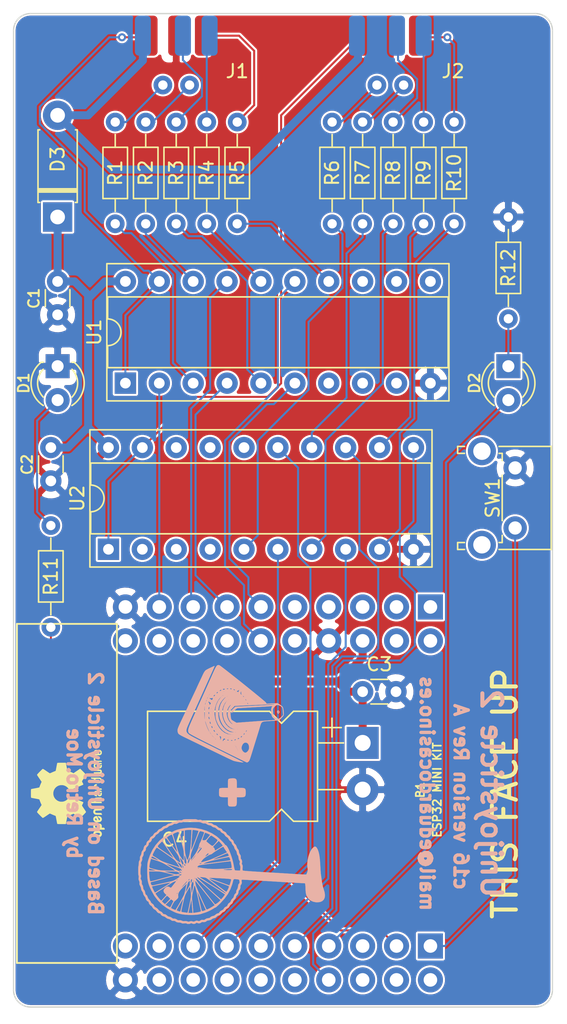
<source format=kicad_pcb>
(kicad_pcb (version 20171130) (host pcbnew 5.1.5+dfsg1-2build2)
  (layers (0 F.Cu mixed) (31 B.Cu mixed) (36 B.SilkS user) (37 F.SilkS user) (38 B.Mask user) (39 F.Mask user) (44 Edge.Cuts user))
  (net 0 "")
  (net 1 GPIO_J2FIRE)
  (net 2 GPIO_J2LEFT)
  (net 3 GPIO_J2DOWN)
  (net 4 GPIO_J2UP)
  (net 5 GND)
  (net 6 GPIO_J1RIGHT)
  (net 7 GPIO_J1UP)
  (net 8 GPIO_J1DOWN)
  (net 9 GPIO_J1LEFT)
  (net 10 GPIO_J2RIGHT)
  (net 11 GPIO_J1LED)
  (net 12 GPIO_J2LED)
  (net 13 GPIO_SWITCH_JOY)
  (net 14 GPIO_J1FIRE)
  (net 15 "Net-(D1-Pad2)")
  (net 16 "Net-(D2-Pad1)")
  (net 17 "Net-(J1-Pad3)")
  (net 18 "Net-(J1-Pad4)")
  (net 19 "Net-(J1-Pad6)")
  (net 20 "Net-(J1-Pad8)")
  (net 21 "Net-(J1-Pad1)")
  (net 22 "Net-(J1-Pad2)")
  (net 23 "Net-(J2-Pad3)")
  (net 24 "Net-(J2-Pad4)")
  (net 25 "Net-(J2-Pad6)")
  (net 26 "Net-(J2-Pad8)")
  (net 27 "Net-(J2-Pad1)")
  (net 28 "Net-(J2-Pad2)")
  (net 29 VDD)
  (net 30 J1POWER)
  (net 31 "Net-(R1-Pad2)")
  (net 32 "Net-(R2-Pad2)")
  (net 33 "Net-(R3-Pad2)")
  (net 34 "Net-(R4-Pad2)")
  (net 35 "Net-(R5-Pad2)")
  (net 36 "Net-(R6-Pad2)")
  (net 37 "Net-(R7-Pad2)")
  (net 38 "Net-(R8-Pad2)")
  (net 39 "Net-(R9-Pad2)")
  (net 40 "Net-(R10-Pad2)")
  (module Unijoysticle:unijoysticle_logo (layer B.Cu) (at 82.042 116.586 90)
    (fp_text reference G*** hide)
    (fp_text value LOGO hide)
  )
  (module Symbol:OSHW-Logo2_7.3x6mm_SilkScreen (layer F.Cu) (at 69.85 116.586 90)
    (fp_text reference REF** hide)
    (fp_text value OSHW-Logo2_7.3x6mm_SilkScreen hide)
  )
  (module Connector_Mini_DIN:MiniDIN_8_male_edge (layer F.Cu) (at 94.02 61.722)
    (fp_text reference J2 (at 4.706 0.762) (layer F.SilkS))
    (fp_text value Mini-DIN-8)
    (pad 2 thru_hole circle (at -1 1.8) (size 1.4 1.4) (drill 0.7) (layers *.Cu *.Mask) (net 28 "Net-(J2-Pad2)"))
    (pad 1 thru_hole circle (at 1 1.8) (size 1.4 1.4) (drill 0.7) (layers *.Cu *.Mask) (net 27 "Net-(J2-Pad1)"))
    (pad 8 connect roundrect (at -2 -1.9) (size 1.2 3) (layers F.Cu F.Mask) (net 26 "Net-(J2-Pad8)"))
    (pad 7 connect roundrect (at 0 -1.9) (size 1.2 3) (layers F.Cu F.Mask) (net 5 GND))
    (pad 6 connect roundrect (at 2 -1.9) (size 1.2 3) (layers F.Cu F.Mask) (net 25 "Net-(J2-Pad6)"))
    (pad 5 connect roundrect (at -2.5 -1.9) (size 1.2 3) (layers B.Cu B.Mask) (net 30 J1POWER))
    (pad 4 connect roundrect (at 0.5 -1.9) (size 1.2 3) (layers B.Cu B.Mask) (net 24 "Net-(J2-Pad4)"))
    (pad 3 connect roundrect (at 2.5 -1.9) (size 1.2 3) (layers B.Cu B.Mask) (net 23 "Net-(J2-Pad3)"))
  )
  (module Connector_Mini_DIN:MiniDIN_8_male_edge (layer F.Cu) (at 77.978 61.722)
    (fp_text reference J1 (at 4.572 0.762) (layer F.SilkS))
    (fp_text value Mini-DIN-8)
    (pad 2 thru_hole circle (at -1 1.8) (size 1.4 1.4) (drill 0.7) (layers *.Cu *.Mask) (net 22 "Net-(J1-Pad2)"))
    (pad 1 thru_hole circle (at 1 1.8) (size 1.4 1.4) (drill 0.7) (layers *.Cu *.Mask) (net 21 "Net-(J1-Pad1)"))
    (pad 8 connect roundrect (at -2 -1.9) (size 1.2 3) (layers F.Cu F.Mask) (net 20 "Net-(J1-Pad8)"))
    (pad 7 connect roundrect (at 0 -1.9) (size 1.2 3) (layers F.Cu F.Mask) (net 5 GND))
    (pad 6 connect roundrect (at 2 -1.9) (size 1.2 3) (layers F.Cu F.Mask) (net 19 "Net-(J1-Pad6)"))
    (pad 5 connect roundrect (at -2.5 -1.9) (size 1.2 3) (layers B.Cu B.Mask) (net 30 J1POWER))
    (pad 4 connect roundrect (at 0.5 -1.9) (size 1.2 3) (layers B.Cu B.Mask) (net 18 "Net-(J1-Pad4)"))
    (pad 3 connect roundrect (at 2.5 -1.9) (size 1.2 3) (layers B.Cu B.Mask) (net 17 "Net-(J1-Pad3)"))
  )
  (module Resistor_THT:R_Axial_DIN0204_L3.6mm_D1.6mm_P7.62mm_Horizontal (layer F.Cu) (at 98.806 66.294 270)
    (fp_text reference R10 (at 3.81 0 90) (layer F.SilkS))
    (fp_text value 110R)
    (pad 2 thru_hole oval (at 7.62 0 270) (size 1.4 1.4) (drill 0.7) (layers *.Cu *.Mask) (net 40 "Net-(R10-Pad2)"))
    (pad 1 thru_hole circle (at 0 0 270) (size 1.4 1.4) (drill 0.7) (layers *.Cu *.Mask) (net 25 "Net-(J2-Pad6)"))
  )
  (module Resistor_THT:R_Axial_DIN0204_L3.6mm_D1.6mm_P7.62mm_Horizontal (layer F.Cu) (at 96.52 66.294 270)
    (fp_text reference R9 (at 3.81 0 90) (layer F.SilkS))
    (fp_text value 110R)
    (pad 2 thru_hole oval (at 7.62 0 270) (size 1.4 1.4) (drill 0.7) (layers *.Cu *.Mask) (net 39 "Net-(R9-Pad2)"))
    (pad 1 thru_hole circle (at 0 0 270) (size 1.4 1.4) (drill 0.7) (layers *.Cu *.Mask) (net 23 "Net-(J2-Pad3)"))
  )
  (module Resistor_THT:R_Axial_DIN0204_L3.6mm_D1.6mm_P7.62mm_Horizontal (layer F.Cu) (at 94.234 66.294 270)
    (fp_text reference R8 (at 3.81 0 90) (layer F.SilkS))
    (fp_text value 110R)
    (pad 2 thru_hole oval (at 7.62 0 270) (size 1.4 1.4) (drill 0.7) (layers *.Cu *.Mask) (net 38 "Net-(R8-Pad2)"))
    (pad 1 thru_hole circle (at 0 0 270) (size 1.4 1.4) (drill 0.7) (layers *.Cu *.Mask) (net 24 "Net-(J2-Pad4)"))
  )
  (module Resistor_THT:R_Axial_DIN0204_L3.6mm_D1.6mm_P7.62mm_Horizontal (layer F.Cu) (at 91.948 66.294 270)
    (fp_text reference R7 (at 3.81 0 90) (layer F.SilkS))
    (fp_text value 110R)
    (pad 2 thru_hole oval (at 7.62 0 270) (size 1.4 1.4) (drill 0.7) (layers *.Cu *.Mask) (net 37 "Net-(R7-Pad2)"))
    (pad 1 thru_hole circle (at 0 0 270) (size 1.4 1.4) (drill 0.7) (layers *.Cu *.Mask) (net 27 "Net-(J2-Pad1)"))
  )
  (module Resistor_THT:R_Axial_DIN0204_L3.6mm_D1.6mm_P7.62mm_Horizontal (layer F.Cu) (at 89.662 66.294 270)
    (fp_text reference R6 (at 3.81 0 90) (layer F.SilkS))
    (fp_text value 110R)
    (pad 2 thru_hole oval (at 7.62 0 270) (size 1.4 1.4) (drill 0.7) (layers *.Cu *.Mask) (net 36 "Net-(R6-Pad2)"))
    (pad 1 thru_hole circle (at 0 0 270) (size 1.4 1.4) (drill 0.7) (layers *.Cu *.Mask) (net 28 "Net-(J2-Pad2)"))
  )
  (module Resistor_THT:R_Axial_DIN0204_L3.6mm_D1.6mm_P7.62mm_Horizontal (layer F.Cu) (at 82.55 66.294 270)
    (fp_text reference R5 (at 3.81 0 90) (layer F.SilkS))
    (fp_text value 110R)
    (pad 2 thru_hole oval (at 7.62 0 270) (size 1.4 1.4) (drill 0.7) (layers *.Cu *.Mask) (net 35 "Net-(R5-Pad2)"))
    (pad 1 thru_hole circle (at 0 0 270) (size 1.4 1.4) (drill 0.7) (layers *.Cu *.Mask) (net 19 "Net-(J1-Pad6)"))
  )
  (module Resistor_THT:R_Axial_DIN0204_L3.6mm_D1.6mm_P7.62mm_Horizontal (layer F.Cu) (at 80.264 66.294 270)
    (fp_text reference R4 (at 3.81 0 90) (layer F.SilkS))
    (fp_text value 110R)
    (pad 2 thru_hole oval (at 7.62 0 270) (size 1.4 1.4) (drill 0.7) (layers *.Cu *.Mask) (net 34 "Net-(R4-Pad2)"))
    (pad 1 thru_hole circle (at 0 0 270) (size 1.4 1.4) (drill 0.7) (layers *.Cu *.Mask) (net 17 "Net-(J1-Pad3)"))
  )
  (module Resistor_THT:R_Axial_DIN0204_L3.6mm_D1.6mm_P7.62mm_Horizontal (layer F.Cu) (at 77.978 66.294 270)
    (fp_text reference R3 (at 3.81 0 90) (layer F.SilkS))
    (fp_text value 110R)
    (pad 2 thru_hole oval (at 7.62 0 270) (size 1.4 1.4) (drill 0.7) (layers *.Cu *.Mask) (net 33 "Net-(R3-Pad2)"))
    (pad 1 thru_hole circle (at 0 0 270) (size 1.4 1.4) (drill 0.7) (layers *.Cu *.Mask) (net 18 "Net-(J1-Pad4)"))
  )
  (module Resistor_THT:R_Axial_DIN0204_L3.6mm_D1.6mm_P7.62mm_Horizontal (layer F.Cu) (at 75.692 66.294 270)
    (fp_text reference R2 (at 3.81 0 90) (layer F.SilkS))
    (fp_text value 110R)
    (pad 2 thru_hole oval (at 7.62 0 270) (size 1.4 1.4) (drill 0.7) (layers *.Cu *.Mask) (net 32 "Net-(R2-Pad2)"))
    (pad 1 thru_hole circle (at 0 0 270) (size 1.4 1.4) (drill 0.7) (layers *.Cu *.Mask) (net 21 "Net-(J1-Pad1)"))
  )
  (module Resistor_THT:R_Axial_DIN0204_L3.6mm_D1.6mm_P7.62mm_Horizontal (layer F.Cu) (at 73.406 66.294 270)
    (fp_text reference R1 (at 3.81 0 90) (layer F.SilkS))
    (fp_text value 110R)
    (pad 2 thru_hole oval (at 7.62 0 270) (size 1.4 1.4) (drill 0.7) (layers *.Cu *.Mask) (net 31 "Net-(R1-Pad2)"))
    (pad 1 thru_hole circle (at 0 0 270) (size 1.4 1.4) (drill 0.7) (layers *.Cu *.Mask) (net 22 "Net-(J1-Pad2)"))
  )
  (module Package_DIP:DIP-20_W7.62mm_Socket (layer F.Cu) (at 74.168 85.852 90)
    (fp_text reference U1 (at 3.81 -2.33 90) (layer F.SilkS))
    (fp_text value 74HCT240)
    (pad 20 thru_hole oval (at 7.62 0 90) (size 1.6 1.6) (drill 0.8) (layers *.Cu *.Mask) (net 29 VDD))
    (pad 10 thru_hole oval (at 0 22.86 90) (size 1.6 1.6) (drill 0.8) (layers *.Cu *.Mask) (net 5 GND))
    (pad 19 thru_hole oval (at 7.62 2.54 90) (size 1.6 1.6) (drill 0.8) (layers *.Cu *.Mask) (net 20 "Net-(J1-Pad8)"))
    (pad 9 thru_hole oval (at 0 20.32 90) (size 1.6 1.6) (drill 0.8) (layers *.Cu *.Mask))
    (pad 18 thru_hole oval (at 7.62 5.08 90) (size 1.6 1.6) (drill 0.8) (layers *.Cu *.Mask) (net 32 "Net-(R2-Pad2)"))
    (pad 8 thru_hole oval (at 0 17.78 90) (size 1.6 1.6) (drill 0.8) (layers *.Cu *.Mask))
    (pad 17 thru_hole oval (at 7.62 7.62 90) (size 1.6 1.6) (drill 0.8) (layers *.Cu *.Mask) (net 8 GPIO_J1DOWN))
    (pad 7 thru_hole oval (at 0 15.24 90) (size 1.6 1.6) (drill 0.8) (layers *.Cu *.Mask))
    (pad 16 thru_hole oval (at 7.62 10.16 90) (size 1.6 1.6) (drill 0.8) (layers *.Cu *.Mask) (net 34 "Net-(R4-Pad2)"))
    (pad 6 thru_hole oval (at 0 12.7 90) (size 1.6 1.6) (drill 0.8) (layers *.Cu *.Mask) (net 14 GPIO_J1FIRE))
    (pad 15 thru_hole oval (at 7.62 12.7 90) (size 1.6 1.6) (drill 0.8) (layers *.Cu *.Mask) (net 6 GPIO_J1RIGHT))
    (pad 5 thru_hole oval (at 0 10.16 90) (size 1.6 1.6) (drill 0.8) (layers *.Cu *.Mask) (net 33 "Net-(R3-Pad2)"))
    (pad 14 thru_hole oval (at 7.62 15.24 90) (size 1.6 1.6) (drill 0.8) (layers *.Cu *.Mask) (net 35 "Net-(R5-Pad2)"))
    (pad 4 thru_hole oval (at 0 7.62 90) (size 1.6 1.6) (drill 0.8) (layers *.Cu *.Mask) (net 9 GPIO_J1LEFT))
    (pad 13 thru_hole oval (at 7.62 17.78 90) (size 1.6 1.6) (drill 0.8) (layers *.Cu *.Mask))
    (pad 3 thru_hole oval (at 0 5.08 90) (size 1.6 1.6) (drill 0.8) (layers *.Cu *.Mask) (net 31 "Net-(R1-Pad2)"))
    (pad 12 thru_hole oval (at 7.62 20.32 90) (size 1.6 1.6) (drill 0.8) (layers *.Cu *.Mask))
    (pad 2 thru_hole oval (at 0 2.54 90) (size 1.6 1.6) (drill 0.8) (layers *.Cu *.Mask) (net 7 GPIO_J1UP))
    (pad 11 thru_hole oval (at 7.62 22.86 90) (size 1.6 1.6) (drill 0.8) (layers *.Cu *.Mask))
    (pad 1 thru_hole rect (at 0 0 90) (size 1.6 1.6) (drill 0.8) (layers *.Cu *.Mask) (net 20 "Net-(J1-Pad8)"))
  )
  (module Package_DIP:DIP-20_W7.62mm_Socket (layer F.Cu) (at 72.898 98.298 90)
    (fp_text reference U2 (at 3.81 -2.33 90) (layer F.SilkS))
    (fp_text value 74HCT240)
    (pad 20 thru_hole oval (at 7.62 0 90) (size 1.6 1.6) (drill 0.8) (layers *.Cu *.Mask) (net 29 VDD))
    (pad 10 thru_hole oval (at 0 22.86 90) (size 1.6 1.6) (drill 0.8) (layers *.Cu *.Mask) (net 5 GND))
    (pad 19 thru_hole oval (at 7.62 2.54 90) (size 1.6 1.6) (drill 0.8) (layers *.Cu *.Mask) (net 26 "Net-(J2-Pad8)"))
    (pad 9 thru_hole oval (at 0 20.32 90) (size 1.6 1.6) (drill 0.8) (layers *.Cu *.Mask) (net 40 "Net-(R10-Pad2)"))
    (pad 18 thru_hole oval (at 7.62 5.08 90) (size 1.6 1.6) (drill 0.8) (layers *.Cu *.Mask))
    (pad 8 thru_hole oval (at 0 17.78 90) (size 1.6 1.6) (drill 0.8) (layers *.Cu *.Mask) (net 2 GPIO_J2LEFT))
    (pad 17 thru_hole oval (at 7.62 7.62 90) (size 1.6 1.6) (drill 0.8) (layers *.Cu *.Mask))
    (pad 7 thru_hole oval (at 0 15.24 90) (size 1.6 1.6) (drill 0.8) (layers *.Cu *.Mask) (net 38 "Net-(R8-Pad2)"))
    (pad 16 thru_hole oval (at 7.62 10.16 90) (size 1.6 1.6) (drill 0.8) (layers *.Cu *.Mask))
    (pad 6 thru_hole oval (at 0 12.7 90) (size 1.6 1.6) (drill 0.8) (layers *.Cu *.Mask) (net 4 GPIO_J2UP))
    (pad 15 thru_hole oval (at 7.62 12.7 90) (size 1.6 1.6) (drill 0.8) (layers *.Cu *.Mask) (net 3 GPIO_J2DOWN))
    (pad 5 thru_hole oval (at 0 10.16 90) (size 1.6 1.6) (drill 0.8) (layers *.Cu *.Mask) (net 36 "Net-(R6-Pad2)"))
    (pad 14 thru_hole oval (at 7.62 15.24 90) (size 1.6 1.6) (drill 0.8) (layers *.Cu *.Mask) (net 37 "Net-(R7-Pad2)"))
    (pad 4 thru_hole oval (at 0 7.62 90) (size 1.6 1.6) (drill 0.8) (layers *.Cu *.Mask))
    (pad 13 thru_hole oval (at 7.62 17.78 90) (size 1.6 1.6) (drill 0.8) (layers *.Cu *.Mask) (net 10 GPIO_J2RIGHT))
    (pad 3 thru_hole oval (at 0 5.08 90) (size 1.6 1.6) (drill 0.8) (layers *.Cu *.Mask))
    (pad 12 thru_hole oval (at 7.62 20.32 90) (size 1.6 1.6) (drill 0.8) (layers *.Cu *.Mask) (net 39 "Net-(R9-Pad2)"))
    (pad 2 thru_hole oval (at 0 2.54 90) (size 1.6 1.6) (drill 0.8) (layers *.Cu *.Mask))
    (pad 11 thru_hole oval (at 7.62 22.86 90) (size 1.6 1.6) (drill 0.8) (layers *.Cu *.Mask) (net 1 GPIO_J2FIRE))
    (pad 1 thru_hole rect (at 0 0 90) (size 1.6 1.6) (drill 0.8) (layers *.Cu *.Mask) (net 26 "Net-(J2-Pad8)"))
  )
  (module Diode_THT:D_DO-41_SOD81_P7.62mm_Horizontal (layer F.Cu) (at 69.088 73.406 90)
    (fp_text reference D3 (at 4.318 0 90) (layer F.SilkS))
    (fp_text value 1n5819)
    (pad 2 thru_hole oval (at 7.62 0 90) (size 2.2 2.2) (drill 1.1) (layers *.Cu *.Mask) (net 30 J1POWER))
    (pad 1 thru_hole rect (at 0 0 90) (size 2.2 2.2) (drill 1.1) (layers *.Cu *.Mask) (net 29 VDD))
  )
  (module Capacitor_THT_Custom:CP_Radial_L12.0mm_D8.0mm_P3.50mm_Horizontal (layer F.Cu) (at 91.948 114.554 180)
    (fp_text reference C4 (at 14.1 -5.5) (layer F.SilkS))
    (fp_text value 220uF)
    (pad 1 thru_hole rect (at 0 1.75 180) (size 2.4 2.4) (drill 1.2) (layers *.Cu *.Mask) (net 29 VDD))
    (pad 2 thru_hole oval (at 0 -1.75 180) (size 2.4 2.4) (drill 1.2) (layers *.Cu *.Mask) (net 5 GND))
  )
  (module Unijoysticle_MINIKIT:MH-ET_LIVE_MINIKIT_ESP32 (layer F.Cu) (at 105.918 131.826 90)
    (fp_text reference B1 (at 15.494 -9.652 90) (layer F.SilkS) (effects (font (size 0.6096 0.6096) (thickness 0.127))))
    (fp_text value "ESP32 MINI KIT" (at 15.494 -8.382 90) (layer F.SilkS) (effects (font (size 0.6096 0.6096) (thickness 0.127))))
    (pad 6 thru_hole rect (at 29.21 -8.89 90) (size 1.8796 1.8796) (drill 1.016) (layers *.Cu *.Mask))
    (pad 8 thru_hole circle (at 29.21 -11.43 90) (size 1.8796 1.8796) (drill 1.016) (layers *.Cu *.Mask))
    (pad "" thru_hole circle (at 29.21 -13.97 90) (size 1.8796 1.8796) (drill 1.016) (layers *.Cu *.Mask))
    (pad 0 thru_hole circle (at 29.21 -16.51 90) (size 1.8796 1.8796) (drill 1.016) (layers *.Cu *.Mask))
    (pad 4 thru_hole circle (at 29.21 -19.05 90) (size 1.8796 1.8796) (drill 1.016) (layers *.Cu *.Mask))
    (pad 12 thru_hole circle (at 29.21 -21.59 90) (size 1.8796 1.8796) (drill 1.016) (layers *.Cu *.Mask) (net 14 GPIO_J1FIRE))
    (pad 32 thru_hole circle (at 29.21 -24.13 90) (size 1.8796 1.8796) (drill 1.016) (layers *.Cu *.Mask) (net 9 GPIO_J1LEFT))
    (pad 25 thru_hole circle (at 29.21 -26.67 90) (size 1.8796 1.8796) (drill 1.016) (layers *.Cu *.Mask) (net 8 GPIO_J1DOWN))
    (pad 27 thru_hole circle (at 29.21 -29.21 90) (size 1.8796 1.8796) (drill 1.016) (layers *.Cu *.Mask) (net 7 GPIO_J1UP))
    (pad 1 thru_hole circle (at 29.21 -31.75 90) (size 1.8796 1.8796) (drill 1.016) (layers *.Cu *.Mask) (net 5 GND))
    (pad 7 thru_hole circle (at 26.67 -8.89 90) (size 1.8796 1.8796) (drill 1.016) (layers *.Cu *.Mask))
    (pad 15 thru_hole circle (at 26.67 -11.43 90) (size 1.8796 1.8796) (drill 1.016) (layers *.Cu *.Mask))
    (pad 2 thru_hole circle (at 26.67 -13.97 90) (size 1.8796 1.8796) (drill 1.016) (layers *.Cu *.Mask) (net 29 VDD))
    (pad 1 thru_hole circle (at 26.67 -16.51 90) (size 1.8796 1.8796) (drill 1.016) (layers *.Cu *.Mask) (net 5 GND))
    (pad 16 thru_hole circle (at 26.67 -19.05 90) (size 1.8796 1.8796) (drill 1.016) (layers *.Cu *.Mask))
    (pad 17 thru_hole circle (at 26.67 -21.59 90) (size 1.8796 1.8796) (drill 1.016) (layers *.Cu *.Mask) (net 6 GPIO_J1RIGHT))
    (pad 21 thru_hole circle (at 26.67 -24.13 90) (size 1.8796 1.8796) (drill 1.016) (layers *.Cu *.Mask))
    (pad 22 thru_hole circle (at 26.67 -26.67 90) (size 1.8796 1.8796) (drill 1.016) (layers *.Cu *.Mask))
    (pad 3 thru_hole circle (at 26.67 -29.21 90) (size 1.8796 1.8796) (drill 1.016) (layers *.Cu *.Mask))
    (pad "" thru_hole circle (at 26.67 -31.75 90) (size 1.8796 1.8796) (drill 1.016) (layers *.Cu *.Mask))
    (pad "" thru_hole circle (at 3.81 -31.75 90) (size 1.8796 1.8796) (drill 1.016) (layers *.Cu *.Mask))
    (pad 36 thru_hole circle (at 3.81 -29.21 90) (size 1.8796 1.8796) (drill 1.016) (layers *.Cu *.Mask))
    (pad 26 thru_hole circle (at 3.81 -26.67 90) (size 1.8796 1.8796) (drill 1.016) (layers *.Cu *.Mask) (net 4 GPIO_J2UP))
    (pad 18 thru_hole circle (at 3.81 -24.13 90) (size 1.8796 1.8796) (drill 1.016) (layers *.Cu *.Mask) (net 3 GPIO_J2DOWN))
    (pad 19 thru_hole circle (at 3.81 -21.59 90) (size 1.8796 1.8796) (drill 1.016) (layers *.Cu *.Mask) (net 2 GPIO_J2LEFT))
    (pad 23 thru_hole circle (at 3.81 -19.05 90) (size 1.8796 1.8796) (drill 1.016) (layers *.Cu *.Mask) (net 10 GPIO_J2RIGHT))
    (pad 5 thru_hole circle (at 3.81 -16.51 90) (size 1.8796 1.8796) (drill 1.016) (layers *.Cu *.Mask) (net 12 GPIO_J2LED))
    (pad "" thru_hole circle (at 3.81 -13.97 90) (size 1.8796 1.8796) (drill 1.016) (layers *.Cu *.Mask))
    (pad 13 thru_hole circle (at 3.81 -11.43 90) (size 1.8796 1.8796) (drill 1.016) (layers *.Cu *.Mask) (net 11 GPIO_J1LED))
    (pad 10 thru_hole rect (at 3.81 -8.89 90) (size 1.8796 1.8796) (drill 1.016) (layers *.Cu *.Mask) (net 13 GPIO_SWITCH_JOY))
    (pad 1 thru_hole circle (at 1.27 -31.75 90) (size 1.8796 1.8796) (drill 1.016) (layers *.Cu *.Mask) (net 5 GND))
    (pad "" thru_hole circle (at 1.27 -29.21 90) (size 1.8796 1.8796) (drill 1.016) (layers *.Cu *.Mask))
    (pad 39 thru_hole circle (at 1.27 -26.67 90) (size 1.8796 1.8796) (drill 1.016) (layers *.Cu *.Mask))
    (pad 35 thru_hole circle (at 1.27 -24.13 90) (size 1.8796 1.8796) (drill 1.016) (layers *.Cu *.Mask))
    (pad 33 thru_hole circle (at 1.27 -21.59 90) (size 1.8796 1.8796) (drill 1.016) (layers *.Cu *.Mask))
    (pad 34 thru_hole circle (at 1.27 -19.05 90) (size 1.8796 1.8796) (drill 1.016) (layers *.Cu *.Mask))
    (pad 14 thru_hole circle (at 1.27 -16.51 90) (size 1.8796 1.8796) (drill 1.016) (layers *.Cu *.Mask) (net 1 GPIO_J2FIRE))
    (pad "" thru_hole circle (at 1.27 -13.97 90) (size 1.8796 1.8796) (drill 1.016) (layers *.Cu *.Mask))
    (pad 9 thru_hole circle (at 1.27 -11.43 90) (size 1.8796 1.8796) (drill 1.016) (layers *.Cu *.Mask))
    (pad 11 thru_hole circle (at 1.27 -8.89 90) (size 1.8796 1.8796) (drill 1.016) (layers *.Cu *.Mask))
  )
  (module Resistor_THT:R_Axial_DIN0204_L3.6mm_D1.6mm_P7.62mm_Horizontal (layer F.Cu) (at 102.87 81.026 90)
    (fp_text reference R12 (at 3.81 0 90) (layer F.SilkS))
    (fp_text value 150R)
    (pad 2 thru_hole oval (at 7.62 0 90) (size 1.4 1.4) (drill 0.7) (layers *.Cu *.Mask) (net 5 GND))
    (pad 1 thru_hole circle (at 0 0 90) (size 1.4 1.4) (drill 0.7) (layers *.Cu *.Mask) (net 16 "Net-(D2-Pad1)"))
  )
  (module Capacitor_THT:C_Disc_D3.0mm_W1.6mm_P2.50mm (layer F.Cu) (at 69.088 78.232 270)
    (fp_text reference C1 (at 1.27 1.778 90) (layer F.SilkS) (effects (font (size 0.8 0.8))))
    (fp_text value 100n)
    (pad 2 thru_hole circle (at 2.5 0 270) (size 1.6 1.6) (drill 0.8) (layers *.Cu *.Mask) (net 5 GND))
    (pad 1 thru_hole circle (at 0 0 270) (size 1.6 1.6) (drill 0.8) (layers *.Cu *.Mask) (net 29 VDD))
  )
  (module Capacitor_THT:C_Disc_D3.0mm_W1.6mm_P2.50mm (layer F.Cu) (at 68.58 90.678 270)
    (fp_text reference C2 (at 1.27 1.778 90) (layer F.SilkS) (effects (font (size 0.8 0.8))))
    (fp_text value 100n)
    (pad 2 thru_hole circle (at 2.5 0 270) (size 1.6 1.6) (drill 0.8) (layers *.Cu *.Mask) (net 5 GND))
    (pad 1 thru_hole circle (at 0 0 270) (size 1.6 1.6) (drill 0.8) (layers *.Cu *.Mask) (net 29 VDD))
  )
  (module Capacitor_THT:C_Disc_D3.0mm_W1.6mm_P2.50mm (layer F.Cu) (at 91.948 108.966)
    (fp_text reference C3 (at 1.25 -2.05) (layer F.SilkS))
    (fp_text value 100n)
    (pad 2 thru_hole circle (at 2.5 0) (size 1.6 1.6) (drill 0.8) (layers *.Cu *.Mask) (net 5 GND))
    (pad 1 thru_hole circle (at 0 0) (size 1.6 1.6) (drill 0.8) (layers *.Cu *.Mask) (net 29 VDD))
  )
  (module LED_THT:LED_D3.0mm (layer F.Cu) (at 69.088 84.582 270)
    (fp_text reference D1 (at 1.27 2.54 90) (layer F.SilkS) (effects (font (size 0.8 0.8))))
    (fp_text value LED)
    (pad 2 thru_hole circle (at 2.54 0 270) (size 1.8 1.8) (drill 0.9) (layers *.Cu *.Mask) (net 15 "Net-(D1-Pad2)"))
    (pad 1 thru_hole rect (at 0 0 270) (size 1.8 1.8) (drill 0.9) (layers *.Cu *.Mask) (net 5 GND))
  )
  (module LED_THT:LED_D3.0mm (layer F.Cu) (at 102.87 84.582 270)
    (fp_text reference D2 (at 1.27 2.54 90) (layer F.SilkS) (effects (font (size 0.8 0.8))))
    (fp_text value LED)
    (pad 2 thru_hole circle (at 2.54 0 270) (size 1.8 1.8) (drill 0.9) (layers *.Cu *.Mask) (net 12 GPIO_J2LED))
    (pad 1 thru_hole rect (at 0 0 270) (size 1.8 1.8) (drill 0.9) (layers *.Cu *.Mask) (net 16 "Net-(D2-Pad1)"))
  )
  (module Button_Switch_THT:SW_Tactile_SPST_Angled_PTS645Vx39-2LFS (layer F.Cu) (at 103.378 92.202 270)
    (fp_text reference SW1 (at 2.25 1.68 90) (layer F.SilkS))
    (fp_text value SW_Push)
    (pad "" thru_hole circle (at -1.25 2.49 270) (size 2.1 2.1) (drill 1.3) (layers *.Cu *.Mask))
    (pad 1 thru_hole circle (at 0 0 270) (size 1.75 1.75) (drill 0.99) (layers *.Cu *.Mask) (net 5 GND))
    (pad 2 thru_hole circle (at 4.5 0 270) (size 1.75 1.75) (drill 0.99) (layers *.Cu *.Mask) (net 13 GPIO_SWITCH_JOY))
    (pad "" thru_hole circle (at 5.76 2.49 270) (size 2.1 2.1) (drill 1.3) (layers *.Cu *.Mask))
  )
  (module Resistor_THT:R_Axial_DIN0204_L3.6mm_D1.6mm_P7.62mm_Horizontal (layer F.Cu) (at 68.58 104.14 90)
    (fp_text reference R11 (at 3.81 0 90) (layer F.SilkS))
    (fp_text value 150R)
    (pad 2 thru_hole oval (at 7.62 0 90) (size 1.4 1.4) (drill 0.7) (layers *.Cu *.Mask) (net 15 "Net-(D1-Pad2)"))
    (pad 1 thru_hole circle (at 0 0 90) (size 1.4 1.4) (drill 0.7) (layers *.Cu *.Mask) (net 11 GPIO_J1LED))
  )
  (gr_text "Based on Unijoysticle 2\nby Retro.Moe" (at 71.12 116.586 270) (layer B.SilkS) (effects (font (size 1 1) (thickness 0.25)) (justify mirror)))
  (gr_text mail@eduardocasino.es (at 96.774 116.586 270) (layer B.SilkS) (effects (font (size 1 1) (thickness 0.25)) (justify mirror)))
  (gr_text "THIS FACE UP" (at 102.616 116.586 90) (layer F.SilkS) (effects (font (size 1.8 1.8) (thickness 0.3))))
  (gr_text "c16 version Rev A" (at 99.314 116.84 270) (layer B.SilkS) (effects (font (size 1 1) (thickness 0.25)) (justify mirror)))
  (gr_text "Unijoysticle 2" (at 101.6 116.586 270) (layer B.SilkS) (effects (font (size 1.5 1.5) (thickness 0.3)) (justify mirror)))
  (gr_arc (start 67.056 131.318) (end 65.786 131.318) (angle -90) (layer Edge.Cuts) (width 0.1))
  (gr_arc (start 104.902 131.318) (end 104.902 132.588) (angle -90) (layer Edge.Cuts) (width 0.1))
  (gr_arc (start 104.902 59.436) (end 106.172 59.436) (angle -90) (layer Edge.Cuts) (width 0.1))
  (gr_arc (start 67.056 59.436) (end 67.056 58.166) (angle -90) (layer Edge.Cuts) (width 0.1))
  (gr_line (start 67.056 58.166) (end 104.902 58.166) (layer Edge.Cuts) (width 0.1))
  (gr_line (start 104.902 132.588) (end 67.056 132.588) (layer Edge.Cuts) (width 0.1))
  (gr_line (start 65.786 131.318) (end 65.786 59.436) (layer Edge.Cuts) (width 0.1))
  (gr_line (start 106.172 59.436) (end 106.172 131.318) (layer Edge.Cuts) (width 0.1))
  (segment (start 95.758 96.189066) (end 95.758 90.678) (width 0.1524) (layer B.Cu) (net 1))
  (segment (start 94.729399 97.217667) (end 95.758 96.189066) (width 0.1524) (layer B.Cu) (net 1))
  (segment (start 95.859599 105.513635) (end 95.859599 101.493319) (width 0.1524) (layer B.Cu) (net 1))
  (segment (start 89.98162 107.173746) (end 90.526155 106.629211) (width 0.1524) (layer B.Cu) (net 1))
  (segment (start 94.729399 100.363119) (end 94.729399 97.217667) (width 0.1524) (layer B.Cu) (net 1))
  (segment (start 94.744023 106.629211) (end 95.859599 105.513635) (width 0.1524) (layer B.Cu) (net 1))
  (segment (start 89.98162 125.333446) (end 89.98162 107.173746) (width 0.1524) (layer B.Cu) (net 1))
  (segment (start 88.239599 127.075467) (end 89.98162 125.333446) (width 0.1524) (layer B.Cu) (net 1))
  (segment (start 95.859599 101.493319) (end 94.729399 100.363119) (width 0.1524) (layer B.Cu) (net 1))
  (segment (start 90.526155 106.629211) (end 94.744023 106.629211) (width 0.1524) (layer B.Cu) (net 1))
  (segment (start 88.239599 129.387599) (end 88.239599 127.075467) (width 0.1524) (layer B.Cu) (net 1))
  (segment (start 89.408 130.556) (end 88.239599 129.387599) (width 0.1524) (layer B.Cu) (net 1))
  (segment (start 90.678 99.42937) (end 90.678 98.298) (width 0.1524) (layer B.Cu) (net 2))
  (segment (start 90.678 105.615234) (end 90.678 99.42937) (width 0.1524) (layer B.Cu) (net 2))
  (segment (start 89.372 106.921234) (end 90.678 105.615234) (width 0.1524) (layer B.Cu) (net 2))
  (segment (start 89.372 122.972) (end 89.372 106.921234) (width 0.1524) (layer B.Cu) (net 2))
  (segment (start 84.328 128.016) (end 89.372 122.972) (width 0.1524) (layer B.Cu) (net 2))
  (segment (start 86.397999 91.477999) (end 85.598 90.678) (width 0.1524) (layer B.Cu) (net 3))
  (segment (start 87.109399 92.189399) (end 86.397999 91.477999) (width 0.1524) (layer B.Cu) (net 3))
  (segment (start 87.109399 98.791729) (end 87.109399 92.189399) (width 0.1524) (layer B.Cu) (net 3))
  (segment (start 88.036401 99.718731) (end 87.109399 98.791729) (width 0.1524) (layer B.Cu) (net 3))
  (segment (start 88.036401 121.767599) (end 88.036401 99.718731) (width 0.1524) (layer B.Cu) (net 3))
  (segment (start 81.788 128.016) (end 88.036401 121.767599) (width 0.1524) (layer B.Cu) (net 3))
  (segment (start 85.598 121.666) (end 85.598 98.298) (width 0.1524) (layer B.Cu) (net 4))
  (segment (start 79.248 128.016) (end 85.598 121.666) (width 0.1524) (layer B.Cu) (net 4))
  (segment (start 85.598 79.502) (end 85.598 80.01) (width 0.1524) (layer B.Cu) (net 6))
  (segment (start 86.868 78.232) (end 85.598 79.502) (width 0.1524) (layer B.Cu) (net 6))
  (segment (start 85.598 80.01) (end 85.598 86.0044) (width 0.1524) (layer B.Cu) (net 6))
  (segment (start 85.598 86.0044) (end 85.598 86.1568) (width 0.1524) (layer B.Cu) (net 6))
  (segment (start 83.058 103.886) (end 84.328 105.156) (width 0.1524) (layer B.Cu) (net 6))
  (segment (start 83.058 100.9904) (end 83.058 103.886) (width 0.1524) (layer B.Cu) (net 6))
  (segment (start 81.6356 99.568) (end 83.058 100.9904) (width 0.1524) (layer B.Cu) (net 6))
  (segment (start 81.6356 90.145334) (end 81.6356 99.568) (width 0.1524) (layer B.Cu) (net 6))
  (segment (start 85.598 86.1568) (end 81.6356 90.145334) (width 0.1524) (layer B.Cu) (net 6))
  (segment (start 76.708 102.616) (end 76.708 85.852) (width 0.1524) (layer B.Cu) (net 7))
  (segment (start 79.0956 87.757) (end 80.518 86.3346) (width 0.1524) (layer B.Cu) (net 8))
  (segment (start 79.0956 101.8794) (end 79.0956 87.757) (width 0.1524) (layer B.Cu) (net 8))
  (segment (start 80.518 86.3346) (end 80.518 79.502) (width 0.1524) (layer B.Cu) (net 8))
  (segment (start 79.248 102.0318) (end 79.0956 101.8794) (width 0.1524) (layer B.Cu) (net 8))
  (segment (start 80.518 79.502) (end 81.788 78.232) (width 0.1524) (layer B.Cu) (net 8))
  (segment (start 79.248 102.616) (end 79.248 102.0318) (width 0.1524) (layer B.Cu) (net 8))
  (segment (start 79.4258 88.2142) (end 79.4258 88.4682) (width 0.1524) (layer B.Cu) (net 9))
  (segment (start 79.4258 88.4682) (end 79.4258 88.3158) (width 0.1524) (layer B.Cu) (net 9))
  (segment (start 81.788 85.852) (end 79.4258 88.2142) (width 0.1524) (layer B.Cu) (net 9))
  (segment (start 79.4258 100.2538) (end 79.4258 100.0506) (width 0.1524) (layer B.Cu) (net 9))
  (segment (start 81.788 102.616) (end 79.4258 100.2538) (width 0.1524) (layer B.Cu) (net 9))
  (segment (start 79.4258 100.0506) (end 79.4258 88.4682) (width 0.1524) (layer B.Cu) (net 9))
  (segment (start 79.4258 100.1522) (end 79.4258 100.0506) (width 0.1524) (layer B.Cu) (net 9))
  (segment (start 91.477999 91.477999) (end 90.678 90.678) (width 0.1524) (layer B.Cu) (net 10))
  (segment (start 91.706601 91.706601) (end 91.477999 91.477999) (width 0.1524) (layer B.Cu) (net 10))
  (segment (start 91.706601 98.308931) (end 91.706601 91.706601) (width 0.1524) (layer B.Cu) (net 10))
  (segment (start 93.116401 99.718731) (end 91.706601 98.308931) (width 0.1524) (layer B.Cu) (net 10))
  (segment (start 93.116401 105.716833) (end 93.116401 99.718731) (width 0.1524) (layer B.Cu) (net 10))
  (segment (start 89.67681 125.20719) (end 89.67681 109.12319) (width 0.1524) (layer B.Cu) (net 10))
  (segment (start 86.868 128.016) (end 89.67681 125.20719) (width 0.1524) (layer B.Cu) (net 10))
  (segment (start 92.508833 106.324401) (end 90.399899 106.324401) (width 0.1524) (layer B.Cu) (net 10))
  (segment (start 93.116401 105.716833) (end 92.508833 106.324401) (width 0.1524) (layer B.Cu) (net 10))
  (segment (start 89.67681 107.04749) (end 89.67681 109.6) (width 0.1524) (layer B.Cu) (net 10))
  (segment (start 90.399899 106.324401) (end 89.67681 107.04749) (width 0.1524) (layer B.Cu) (net 10))
  (segment (start 68.58 105.129949) (end 68.58 104.14) (width 0.1524) (layer F.Cu) (net 11))
  (segment (start 90.29765 126.847599) (end 68.58 105.129949) (width 0.1524) (layer F.Cu) (net 11))
  (segment (start 93.319599 126.847599) (end 90.29765 126.847599) (width 0.1524) (layer F.Cu) (net 11))
  (segment (start 94.488 128.016) (end 93.319599 126.847599) (width 0.1524) (layer F.Cu) (net 11))
  (segment (start 101.970001 88.021999) (end 102.87 87.122) (width 0.1524) (layer B.Cu) (net 12))
  (segment (start 98.196401 91.795599) (end 101.970001 88.021999) (width 0.1524) (layer B.Cu) (net 12))
  (segment (start 98.196401 119.227599) (end 98.196401 91.795599) (width 0.1524) (layer B.Cu) (net 12))
  (segment (start 89.408 128.016) (end 98.196401 119.227599) (width 0.1524) (layer B.Cu) (net 12))
  (segment (start 98.1202 128.016) (end 103.378 122.7582) (width 0.1524) (layer B.Cu) (net 13))
  (segment (start 103.378 97.939436) (end 103.378 96.702) (width 0.1524) (layer B.Cu) (net 13))
  (segment (start 103.378 122.7582) (end 103.378 97.939436) (width 0.1524) (layer B.Cu) (net 13))
  (segment (start 97.028 128.016) (end 98.1202 128.016) (width 0.1524) (layer B.Cu) (net 13))
  (segment (start 82.029399 97.243801) (end 82.0928 97.1804) (width 0.1524) (layer B.Cu) (net 14))
  (segment (start 83.388201 100.406201) (end 81.9658 98.9838) (width 0.1524) (layer B.Cu) (net 14))
  (segment (start 83.388201 101.676201) (end 83.388201 100.406201) (width 0.1524) (layer B.Cu) (net 14))
  (segment (start 84.328 102.616) (end 83.388201 101.676201) (width 0.1524) (layer B.Cu) (net 14))
  (segment (start 85.29319 87.42681) (end 84.78519 87.42681) (width 0.1524) (layer B.Cu) (net 14))
  (segment (start 86.868 85.852) (end 85.29319 87.42681) (width 0.1524) (layer B.Cu) (net 14))
  (segment (start 84.78519 87.42681) (end 81.9658 90.2462) (width 0.1524) (layer B.Cu) (net 14))
  (segment (start 81.9658 98.9838) (end 81.9658 90.2462) (width 0.1524) (layer B.Cu) (net 14))
  (segment (start 68.188001 88.021999) (end 69.088 87.122) (width 0.1524) (layer B.Cu) (net 15))
  (segment (start 67.551399 88.658601) (end 68.188001 88.021999) (width 0.1524) (layer B.Cu) (net 15))
  (segment (start 67.551399 95.491399) (end 67.551399 88.658601) (width 0.1524) (layer B.Cu) (net 15))
  (segment (start 68.58 96.52) (end 67.551399 95.491399) (width 0.1524) (layer B.Cu) (net 15))
  (segment (start 102.87 84.582) (end 102.87 81.026) (width 0.1524) (layer B.Cu) (net 16))
  (segment (start 80.264 60.036) (end 80.478 59.822) (width 0.1524) (layer B.Cu) (net 17))
  (segment (start 80.264 66.294) (end 80.264 60.036) (width 0.1524) (layer B.Cu) (net 17))
  (segment (start 78.677999 65.594001) (end 77.978 66.294) (width 0.1524) (layer B.Cu) (net 18))
  (segment (start 79.906601 64.365399) (end 78.677999 65.594001) (width 0.1524) (layer B.Cu) (net 18))
  (segment (start 79.906601 63.076271) (end 79.906601 64.365399) (width 0.1524) (layer B.Cu) (net 18))
  (segment (start 78.478 61.64767) (end 79.906601 63.076271) (width 0.1524) (layer B.Cu) (net 18))
  (segment (start 78.478 59.822) (end 78.478 61.64767) (width 0.1524) (layer B.Cu) (net 18))
  (segment (start 82.682 59.822) (end 79.978 59.822) (width 0.1524) (layer F.Cu) (net 19))
  (segment (start 83.82 60.96) (end 82.682 59.822) (width 0.1524) (layer F.Cu) (net 19))
  (segment (start 83.82 65.024) (end 83.82 60.96) (width 0.1524) (layer F.Cu) (net 19))
  (segment (start 82.55 66.294) (end 83.82 65.024) (width 0.1524) (layer F.Cu) (net 19))
  (via (at 73.914 59.944) (size 0.6) (drill 0.3) (layers F.Cu B.Cu) (net 20))
  (segment (start 74.168 80.772) (end 76.708 78.232) (width 0.1524) (layer B.Cu) (net 20))
  (segment (start 74.168 85.852) (end 74.168 80.772) (width 0.1524) (layer B.Cu) (net 20))
  (segment (start 75.692 59.836) (end 75.678 59.822) (width 0.1524) (layer F.Cu) (net 20))
  (segment (start 75.549671 77.432001) (end 71.12 73.00233) (width 0.1524) (layer B.Cu) (net 20))
  (segment (start 75.908001 77.432001) (end 75.549671 77.432001) (width 0.1524) (layer B.Cu) (net 20))
  (segment (start 76.708 78.232) (end 75.908001 77.432001) (width 0.1524) (layer B.Cu) (net 20))
  (segment (start 73.489736 59.944) (end 73.914 59.944) (width 0.1524) (layer B.Cu) (net 20))
  (segment (start 72.96367 59.944) (end 73.489736 59.944) (width 0.1524) (layer B.Cu) (net 20))
  (segment (start 67.759399 65.148271) (end 72.96367 59.944) (width 0.1524) (layer B.Cu) (net 20))
  (segment (start 67.759399 66.423729) (end 67.759399 65.148271) (width 0.1524) (layer B.Cu) (net 20))
  (segment (start 71.12 69.78433) (end 67.759399 66.423729) (width 0.1524) (layer B.Cu) (net 20))
  (segment (start 71.12 73.00233) (end 71.12 69.78433) (width 0.1524) (layer B.Cu) (net 20))
  (segment (start 75.856 59.944) (end 75.978 59.822) (width 0.1524) (layer F.Cu) (net 20))
  (segment (start 73.914 59.944) (end 75.856 59.944) (width 0.1524) (layer F.Cu) (net 20))
  (segment (start 75.692 66.158) (end 75.692 66.294) (width 0.1524) (layer B.Cu) (net 21))
  (segment (start 76.356 66.294) (end 75.692 66.294) (width 0.1524) (layer B.Cu) (net 21))
  (segment (start 76.206 66.294) (end 75.692 66.294) (width 0.1524) (layer B.Cu) (net 21))
  (segment (start 78.978 63.522) (end 76.206 66.294) (width 0.1524) (layer B.Cu) (net 21))
  (segment (start 73.406 66.144) (end 73.406 66.294) (width 0.1524) (layer B.Cu) (net 22))
  (segment (start 74.056 66.294) (end 73.406 66.294) (width 0.1524) (layer B.Cu) (net 22))
  (segment (start 74.206 66.294) (end 73.406 66.294) (width 0.1524) (layer B.Cu) (net 22))
  (segment (start 76.978 63.522) (end 74.206 66.294) (width 0.1524) (layer B.Cu) (net 22))
  (segment (start 96.52 59.902) (end 96.6 59.822) (width 0.1524) (layer B.Cu) (net 23))
  (segment (start 96.52 66.294) (end 96.52 59.902) (width 0.1524) (layer B.Cu) (net 23))
  (segment (start 94.933999 65.594001) (end 94.234 66.294) (width 0.1524) (layer B.Cu) (net 24))
  (segment (start 96.028601 64.499399) (end 94.933999 65.594001) (width 0.1524) (layer B.Cu) (net 24))
  (segment (start 96.028601 63.076271) (end 96.028601 64.499399) (width 0.1524) (layer B.Cu) (net 24))
  (segment (start 94.6 61.64767) (end 96.028601 63.076271) (width 0.1524) (layer B.Cu) (net 24))
  (segment (start 94.6 59.822) (end 94.6 61.64767) (width 0.1524) (layer B.Cu) (net 24))
  (via (at 98.298 59.944) (size 0.6) (drill 0.3) (layers F.Cu B.Cu) (net 25))
  (segment (start 96.522 59.944) (end 96.4 59.822) (width 0.1524) (layer F.Cu) (net 25))
  (segment (start 98.298 59.944) (end 96.522 59.944) (width 0.1524) (layer F.Cu) (net 25))
  (segment (start 98.806 60.452) (end 98.298 59.944) (width 0.1524) (layer B.Cu) (net 25))
  (segment (start 98.806 66.294) (end 98.806 60.452) (width 0.1524) (layer B.Cu) (net 25))
  (segment (start 72.898 93.218) (end 75.438 90.678) (width 0.1524) (layer B.Cu) (net 26))
  (segment (start 72.898 98.298) (end 72.898 93.218) (width 0.1524) (layer B.Cu) (net 26))
  (segment (start 91.05 60.572) (end 91.8 59.822) (width 0.1524) (layer F.Cu) (net 26))
  (segment (start 85.839399 65.782601) (end 91.05 60.572) (width 0.1524) (layer F.Cu) (net 26))
  (segment (start 85.839399 85.862931) (end 85.839399 65.782601) (width 0.1524) (layer F.Cu) (net 26))
  (segment (start 79.235399 86.880601) (end 84.821729 86.880601) (width 0.1524) (layer F.Cu) (net 26))
  (segment (start 84.821729 86.880601) (end 85.839399 85.862931) (width 0.1524) (layer F.Cu) (net 26))
  (segment (start 75.438 90.678) (end 79.235399 86.880601) (width 0.1524) (layer F.Cu) (net 26))
  (segment (start 92.478 66.294) (end 91.948 66.294) (width 0.1524) (layer B.Cu) (net 27))
  (segment (start 92.328 66.294) (end 91.948 66.294) (width 0.1524) (layer B.Cu) (net 27))
  (segment (start 95.1 63.522) (end 92.328 66.294) (width 0.1524) (layer B.Cu) (net 27))
  (segment (start 90.178 66.294) (end 89.662 66.294) (width 0.1524) (layer B.Cu) (net 28))
  (segment (start 90.328 66.294) (end 89.662 66.294) (width 0.1524) (layer B.Cu) (net 28))
  (segment (start 93.1 63.522) (end 90.328 66.294) (width 0.1524) (layer B.Cu) (net 28))
  (segment (start 69.088 74.676) (end 69.088 73.406) (width 0.1524) (layer B.Cu) (net 29))
  (segment (start 69.088 73.406) (end 69.088 78.232) (width 0.6) (layer B.Cu) (net 29))
  (segment (start 72.898 90.678) (end 71.374 89.154) (width 0.6) (layer B.Cu) (net 29))
  (segment (start 74.168 78.232) (end 72.644 78.232) (width 0.6) (layer B.Cu) (net 29))
  (segment (start 72.644 78.232) (end 71.374 79.502) (width 0.6) (layer B.Cu) (net 29))
  (segment (start 71.374 81.026) (end 71.374 80.772) (width 0.6) (layer B.Cu) (net 29))
  (segment (start 71.374 89.154) (end 71.374 81.026) (width 0.6) (layer B.Cu) (net 29))
  (segment (start 69.088 78.232) (end 70.358 78.232) (width 0.6) (layer B.Cu) (net 29))
  (segment (start 71.374 79.248) (end 71.374 79.756) (width 0.6) (layer B.Cu) (net 29))
  (segment (start 70.358 78.232) (end 71.374 79.248) (width 0.6) (layer B.Cu) (net 29))
  (segment (start 71.374 79.756) (end 71.374 81.026) (width 0.6) (layer B.Cu) (net 29))
  (segment (start 71.374 79.502) (end 71.374 79.756) (width 0.1524) (layer B.Cu) (net 29))
  (segment (start 69.85 90.678) (end 71.374 89.154) (width 0.6) (layer B.Cu) (net 29))
  (segment (start 68.58 90.678) (end 69.85 90.678) (width 0.6) (layer B.Cu) (net 29))
  (segment (start 73.152 108.204) (end 89.408 108.204) (width 0.6) (layer F.Cu) (net 29))
  (segment (start 71.374 106.426) (end 73.152 108.204) (width 0.6) (layer F.Cu) (net 29))
  (segment (start 71.374 92.202) (end 71.374 106.426) (width 0.6) (layer F.Cu) (net 29))
  (segment (start 72.898 90.678) (end 71.374 92.202) (width 0.6) (layer F.Cu) (net 29))
  (segment (start 90.05463 108.204) (end 89.408 108.204) (width 0.6) (layer F.Cu) (net 29))
  (segment (start 90.81663 108.966) (end 90.05463 108.204) (width 0.6) (layer F.Cu) (net 29))
  (segment (start 91.948 108.966) (end 90.81663 108.966) (width 0.6) (layer F.Cu) (net 29))
  (segment (start 90.05463 108.204) (end 90.17 108.204) (width 0.1524) (layer F.Cu) (net 29))
  (segment (start 90.17 108.204) (end 91.948 106.426) (width 0.6) (layer F.Cu) (net 29))
  (segment (start 91.948 106.426) (end 91.948 105.156) (width 0.6) (layer F.Cu) (net 29))
  (segment (start 91.948 108.966) (end 91.948 112.804) (width 0.6) (layer F.Cu) (net 29))
  (segment (start 69.214 65.786) (end 69.088 65.786) (width 0.1524) (layer B.Cu) (net 30))
  (segment (start 73.152 69.85) (end 73.406 69.85) (width 0.1524) (layer B.Cu) (net 30))
  (segment (start 69.088 65.786) (end 73.152 69.85) (width 0.6) (layer B.Cu) (net 30))
  (segment (start 91.6 59.822) (end 91.6 61.562) (width 0.6) (layer B.Cu) (net 30))
  (segment (start 91.6 61.562) (end 83.312 69.85) (width 0.6) (layer B.Cu) (net 30))
  (segment (start 73.406 69.85) (end 83.312 69.85) (width 0.6) (layer B.Cu) (net 30))
  (segment (start 75.478 59.822) (end 75.478 61.682) (width 0.6) (layer B.Cu) (net 30))
  (segment (start 71.374 65.786) (end 69.088 65.786) (width 0.6) (layer B.Cu) (net 30))
  (segment (start 75.478 61.682) (end 71.374 65.786) (width 0.6) (layer B.Cu) (net 30))
  (segment (start 74.105999 74.613999) (end 73.406 73.914) (width 0.1524) (layer B.Cu) (net 31))
  (segment (start 74.612329 74.613999) (end 74.105999 74.613999) (width 0.1524) (layer B.Cu) (net 31))
  (segment (start 77.736601 77.738271) (end 74.612329 74.613999) (width 0.1524) (layer B.Cu) (net 31))
  (segment (start 77.736601 84.340601) (end 77.736601 77.738271) (width 0.1524) (layer B.Cu) (net 31))
  (segment (start 79.248 85.852) (end 77.736601 84.340601) (width 0.1524) (layer B.Cu) (net 31))
  (segment (start 75.692 74.676) (end 75.692 73.914) (width 0.1524) (layer B.Cu) (net 32))
  (segment (start 79.248 78.232) (end 75.692 74.676) (width 0.1524) (layer B.Cu) (net 32))
  (segment (start 78.906601 74.842601) (end 78.677999 74.613999) (width 0.1524) (layer B.Cu) (net 33))
  (segment (start 78.677999 74.613999) (end 77.978 73.914) (width 0.1524) (layer B.Cu) (net 33))
  (segment (start 79.920931 74.842601) (end 78.906601 74.842601) (width 0.1524) (layer B.Cu) (net 33))
  (segment (start 83.299399 84.823399) (end 83.299399 78.221069) (width 0.1524) (layer B.Cu) (net 33))
  (segment (start 83.299399 78.221069) (end 79.920931 74.842601) (width 0.1524) (layer B.Cu) (net 33))
  (segment (start 84.328 85.852) (end 83.299399 84.823399) (width 0.1524) (layer B.Cu) (net 33))
  (segment (start 80.264 74.168) (end 80.264 73.914) (width 0.1524) (layer B.Cu) (net 34))
  (segment (start 84.328 78.232) (end 80.264 74.168) (width 0.1524) (layer B.Cu) (net 34))
  (segment (start 85.09 73.914) (end 82.55 73.914) (width 0.1524) (layer B.Cu) (net 35))
  (segment (start 89.408 78.232) (end 85.09 73.914) (width 0.1524) (layer B.Cu) (net 35))
  (segment (start 90.361999 74.613999) (end 89.662 73.914) (width 0.1524) (layer B.Cu) (net 36))
  (segment (start 90.436601 74.688601) (end 90.361999 74.613999) (width 0.1524) (layer B.Cu) (net 36))
  (segment (start 90.436601 78.725729) (end 90.436601 74.688601) (width 0.1524) (layer B.Cu) (net 36))
  (segment (start 87.896601 81.265729) (end 90.436601 78.725729) (width 0.1524) (layer B.Cu) (net 36))
  (segment (start 87.896601 86.345729) (end 87.896601 81.265729) (width 0.1524) (layer B.Cu) (net 36))
  (segment (start 84.086601 90.155729) (end 87.896601 86.345729) (width 0.1524) (layer B.Cu) (net 36))
  (segment (start 84.086601 97.269399) (end 84.086601 90.155729) (width 0.1524) (layer B.Cu) (net 36))
  (segment (start 83.058 98.298) (end 84.086601 97.269399) (width 0.1524) (layer B.Cu) (net 36))
  (segment (start 91.948 74.93) (end 91.948 73.914) (width 0.1524) (layer B.Cu) (net 37))
  (segment (start 90.741411 76.136589) (end 91.948 74.93) (width 0.1524) (layer B.Cu) (net 37))
  (segment (start 90.741411 86.943219) (end 90.741411 76.136589) (width 0.1524) (layer B.Cu) (net 37))
  (segment (start 88.138 89.54663) (end 90.741411 86.943219) (width 0.1524) (layer B.Cu) (net 37))
  (segment (start 88.138 90.678) (end 88.138 89.54663) (width 0.1524) (layer B.Cu) (net 37))
  (segment (start 93.534001 74.613999) (end 94.234 73.914) (width 0.1524) (layer B.Cu) (net 38))
  (segment (start 93.459399 74.688601) (end 93.534001 74.613999) (width 0.1524) (layer B.Cu) (net 38))
  (segment (start 93.459399 85.862931) (end 93.459399 74.688601) (width 0.1524) (layer B.Cu) (net 38))
  (segment (start 89.166601 90.155729) (end 93.459399 85.862931) (width 0.1524) (layer B.Cu) (net 38))
  (segment (start 89.166601 97.269399) (end 89.166601 90.155729) (width 0.1524) (layer B.Cu) (net 38))
  (segment (start 88.138 98.298) (end 89.166601 97.269399) (width 0.1524) (layer B.Cu) (net 38))
  (segment (start 95.820001 74.613999) (end 96.52 73.914) (width 0.1524) (layer B.Cu) (net 39))
  (segment (start 95.516601 74.917399) (end 95.820001 74.613999) (width 0.1524) (layer B.Cu) (net 39))
  (segment (start 95.516601 88.379399) (end 95.516601 74.917399) (width 0.1524) (layer B.Cu) (net 39))
  (segment (start 93.218 90.678) (end 95.516601 88.379399) (width 0.1524) (layer B.Cu) (net 39))
  (segment (start 98.106001 74.613999) (end 98.806 73.914) (width 0.1524) (layer B.Cu) (net 40))
  (segment (start 95.821411 76.898589) (end 98.106001 74.613999) (width 0.1524) (layer B.Cu) (net 40))
  (segment (start 95.821411 88.505655) (end 95.821411 76.898589) (width 0.1524) (layer B.Cu) (net 40))
  (segment (start 94.729399 89.597667) (end 95.821411 88.505655) (width 0.1524) (layer B.Cu) (net 40))
  (segment (start 93.218 98.298) (end 94.742 96.774) (width 0.1524) (layer B.Cu) (net 40))
  (segment (start 94.729399 90.182601) (end 94.742 90.17) (width 0.1524) (layer B.Cu) (net 40))
  (segment (start 94.729399 91.171729) (end 94.729399 90.182601) (width 0.1524) (layer B.Cu) (net 40))
  (segment (start 94.742 91.18433) (end 94.729399 91.171729) (width 0.1524) (layer B.Cu) (net 40))
  (segment (start 94.742 96.774) (end 94.742 91.18433) (width 0.1524) (layer B.Cu) (net 40))
  (segment (start 94.742 90.17) (end 94.729399 89.597667) (width 0.1524) (layer B.Cu) (net 40))
  (zone (net 5) (net_name GND) (layer B.Cu) (connect_pads (clearance 0.1)) (min_thickness 0.254) (fill yes (arc_segments 32) (thermal_gap 0.508) (thermal_bridge_width 0.508))
    (polygon (pts (xy 107.188 133.858) (xy 64.77 133.858) (xy 64.77 57.15) (xy 107.188 57.15)))
  )
  (zone (net 5) (net_name GND) (layer F.Cu) (connect_pads (clearance 0.1)) (min_thickness 0.254) (fill yes (arc_segments 32) (thermal_gap 0.508) (thermal_bridge_width 0.508))
    (polygon (pts (xy 107.188 133.858) (xy 64.77 133.858) (xy 64.77 57.15) (xy 107.188 57.15)))
  )
)
</source>
